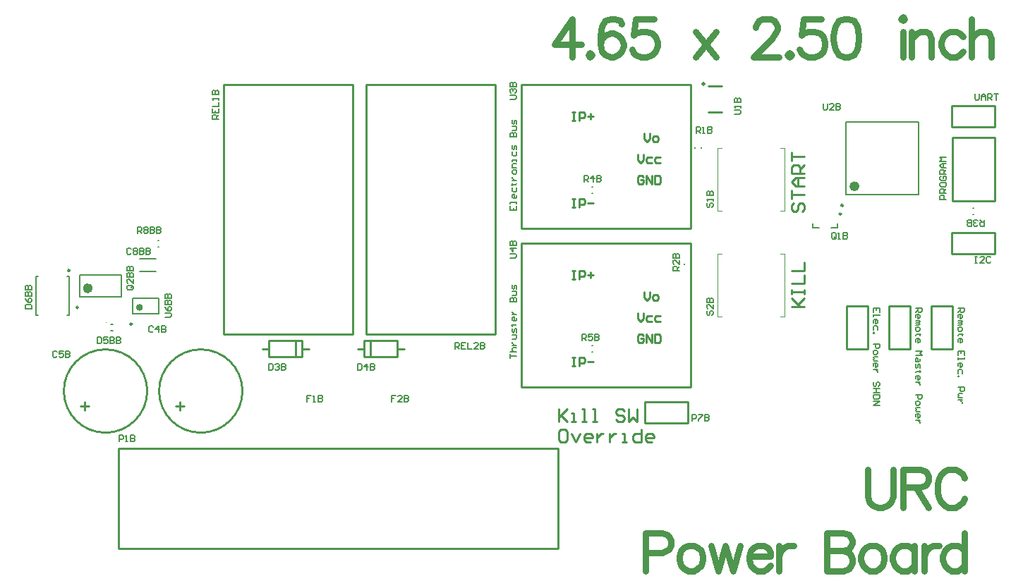
<source format=gto>
G04 Layer_Color=65535*
%FSLAX24Y24*%
%MOIN*%
G70*
G01*
G75*
%ADD22C,0.0100*%
%ADD38C,0.0039*%
%ADD39C,0.0098*%
%ADD40C,0.0236*%
%ADD41C,0.0197*%
%ADD42C,0.0157*%
%ADD43C,0.0079*%
%ADD44C,0.0080*%
%ADD45C,0.0070*%
%ADD46C,0.0300*%
D22*
X10468Y10000D02*
G03*
X10468Y10000I-1969J0D01*
G01*
X5968D02*
G03*
X5968Y10000I-1969J0D01*
G01*
X16311Y24488D02*
X22413D01*
Y12677D02*
Y24488D01*
X16311Y12677D02*
X22413D01*
X16311D02*
Y24488D01*
X9587Y12681D02*
Y24492D01*
Y12681D02*
X15689D01*
Y24492D01*
X9587D02*
X15689D01*
X13287Y12000D02*
X13602D01*
X11398D02*
X11713D01*
Y11606D02*
X13287D01*
Y12394D01*
X11713D02*
X13287D01*
X11713Y11606D02*
Y12394D01*
X12972Y11606D02*
Y12394D01*
X15898Y12000D02*
X16213D01*
X17787D02*
X18102D01*
X16213Y12394D02*
X17787D01*
X16213Y11606D02*
Y12394D01*
Y11606D02*
X17787D01*
Y12394D01*
X16528Y11606D02*
Y12394D01*
X29476Y8500D02*
X31500D01*
X29476D02*
Y9500D01*
X31500D01*
Y8500D02*
Y9500D01*
X32485Y23190D02*
X33115D01*
X32485Y24410D02*
X33115D01*
X46000Y19000D02*
Y22000D01*
X44000Y19000D02*
X46000D01*
X44000D02*
Y22000D01*
X46000D01*
X4622Y2563D02*
X25390D01*
Y7287D01*
X4622D02*
X25390D01*
X4622Y2563D02*
Y7287D01*
X43976Y16500D02*
X46000D01*
X43976D02*
Y17500D01*
X46000D01*
Y16500D02*
Y17500D01*
X43976Y22500D02*
X46000D01*
X43976D02*
Y23500D01*
X46000D01*
Y22500D02*
Y23500D01*
X23643Y24500D02*
X31643D01*
Y17700D02*
Y24500D01*
X23643Y17700D02*
X31643D01*
X23643D02*
Y24500D01*
Y17000D02*
X31643D01*
Y10200D02*
Y17000D01*
X23643Y10200D02*
X31643D01*
X23643D02*
Y17000D01*
X43000Y12000D02*
Y14024D01*
X44000D01*
Y12000D02*
Y14024D01*
X43000Y12000D02*
X44000D01*
X41000D02*
Y14024D01*
X42000D01*
Y12000D02*
Y14024D01*
X41000Y12000D02*
X42000D01*
X39000D02*
Y14024D01*
X40000D01*
Y12000D02*
Y14024D01*
X39000Y12000D02*
X40000D01*
X25400Y9160D02*
Y8560D01*
Y8760D01*
X25800Y9160D01*
X25500Y8860D01*
X25800Y8560D01*
X26000D02*
X26200D01*
X26100D01*
Y8960D01*
X26000D01*
X26500Y8560D02*
X26700D01*
X26600D01*
Y9160D01*
X26500D01*
X26999Y8560D02*
X27199D01*
X27099D01*
Y9160D01*
X26999D01*
X28499Y9060D02*
X28399Y9160D01*
X28199D01*
X28099Y9060D01*
Y8960D01*
X28199Y8860D01*
X28399D01*
X28499Y8760D01*
Y8660D01*
X28399Y8560D01*
X28199D01*
X28099Y8660D01*
X28699Y9160D02*
Y8560D01*
X28899Y8760D01*
X29099Y8560D01*
Y9160D01*
X25700Y8200D02*
X25500D01*
X25400Y8100D01*
Y7700D01*
X25500Y7600D01*
X25700D01*
X25800Y7700D01*
Y8100D01*
X25700Y8200D01*
X26000Y8000D02*
X26200Y7600D01*
X26400Y8000D01*
X26900Y7600D02*
X26700D01*
X26600Y7700D01*
Y7900D01*
X26700Y8000D01*
X26900D01*
X26999Y7900D01*
Y7800D01*
X26600D01*
X27199Y8000D02*
Y7600D01*
Y7800D01*
X27299Y7900D01*
X27399Y8000D01*
X27499D01*
X27799D02*
Y7600D01*
Y7800D01*
X27899Y7900D01*
X27999Y8000D01*
X28099D01*
X28399Y7600D02*
X28599D01*
X28499D01*
Y8000D01*
X28399D01*
X29299Y8200D02*
Y7600D01*
X28999D01*
X28899Y7700D01*
Y7900D01*
X28999Y8000D01*
X29299D01*
X29799Y7600D02*
X29599D01*
X29499Y7700D01*
Y7900D01*
X29599Y8000D01*
X29799D01*
X29899Y7900D01*
Y7800D01*
X29499D01*
X36400Y14000D02*
X37000D01*
X36800D01*
X36400Y14400D01*
X36700Y14100D01*
X37000Y14400D01*
X36400Y14600D02*
Y14800D01*
Y14700D01*
X37000D01*
Y14600D01*
Y14800D01*
X36400Y15100D02*
X37000D01*
Y15500D01*
X36400Y15699D02*
X37000D01*
Y16099D01*
X36500Y18900D02*
X36400Y18800D01*
Y18600D01*
X36500Y18500D01*
X36600D01*
X36700Y18600D01*
Y18800D01*
X36800Y18900D01*
X36900D01*
X37000Y18800D01*
Y18600D01*
X36900Y18500D01*
X36400Y19100D02*
Y19500D01*
Y19300D01*
X37000D01*
Y19700D02*
X36600D01*
X36400Y19900D01*
X36600Y20099D01*
X37000D01*
X36700D01*
Y19700D01*
X37000Y20299D02*
X36400D01*
Y20599D01*
X36500Y20699D01*
X36700D01*
X36800Y20599D01*
Y20299D01*
Y20499D02*
X37000Y20699D01*
X36400Y20899D02*
Y21299D01*
Y21099D01*
X37000D01*
X29143Y21200D02*
Y20933D01*
X29277Y20800D01*
X29410Y20933D01*
Y21200D01*
X29810Y21067D02*
X29610D01*
X29543Y21000D01*
Y20867D01*
X29610Y20800D01*
X29810D01*
X30210Y21067D02*
X30010D01*
X29943Y21000D01*
Y20867D01*
X30010Y20800D01*
X30210D01*
X29443Y22200D02*
Y21933D01*
X29577Y21800D01*
X29710Y21933D01*
Y22200D01*
X29910Y21800D02*
X30043D01*
X30110Y21867D01*
Y22000D01*
X30043Y22067D01*
X29910D01*
X29843Y22000D01*
Y21867D01*
X29910Y21800D01*
X29410Y20133D02*
X29343Y20200D01*
X29210D01*
X29143Y20133D01*
Y19867D01*
X29210Y19800D01*
X29343D01*
X29410Y19867D01*
Y20000D01*
X29277D01*
X29543Y19800D02*
Y20200D01*
X29810Y19800D01*
Y20200D01*
X29943D02*
Y19800D01*
X30143D01*
X30210Y19867D01*
Y20133D01*
X30143Y20200D01*
X29943D01*
X26043Y23200D02*
X26177D01*
X26110D01*
Y22800D01*
X26043D01*
X26177D01*
X26377D02*
Y23200D01*
X26576D01*
X26643Y23133D01*
Y23000D01*
X26576Y22933D01*
X26377D01*
X26776Y23000D02*
X27043D01*
X26910Y23133D02*
Y22867D01*
X26043Y19100D02*
X26177D01*
X26110D01*
Y18700D01*
X26043D01*
X26177D01*
X26377D02*
Y19100D01*
X26576D01*
X26643Y19033D01*
Y18900D01*
X26576Y18833D01*
X26377D01*
X26776Y18900D02*
X27043D01*
X29143Y13700D02*
Y13433D01*
X29277Y13300D01*
X29410Y13433D01*
Y13700D01*
X29810Y13567D02*
X29610D01*
X29543Y13500D01*
Y13367D01*
X29610Y13300D01*
X29810D01*
X30210Y13567D02*
X30010D01*
X29943Y13500D01*
Y13367D01*
X30010Y13300D01*
X30210D01*
X29443Y14700D02*
Y14433D01*
X29577Y14300D01*
X29710Y14433D01*
Y14700D01*
X29910Y14300D02*
X30043D01*
X30110Y14367D01*
Y14500D01*
X30043Y14567D01*
X29910D01*
X29843Y14500D01*
Y14367D01*
X29910Y14300D01*
X29410Y12633D02*
X29343Y12700D01*
X29210D01*
X29143Y12633D01*
Y12367D01*
X29210Y12300D01*
X29343D01*
X29410Y12367D01*
Y12500D01*
X29277D01*
X29543Y12300D02*
Y12700D01*
X29810Y12300D01*
Y12700D01*
X29943D02*
Y12300D01*
X30143D01*
X30210Y12367D01*
Y12633D01*
X30143Y12700D01*
X29943D01*
X26043Y15700D02*
X26177D01*
X26110D01*
Y15300D01*
X26043D01*
X26177D01*
X26377D02*
Y15700D01*
X26576D01*
X26643Y15633D01*
Y15500D01*
X26576Y15433D01*
X26377D01*
X26776Y15500D02*
X27043D01*
X26910Y15633D02*
Y15367D01*
X26043Y11600D02*
X26177D01*
X26110D01*
Y11200D01*
X26043D01*
X26177D01*
X26377D02*
Y11600D01*
X26576D01*
X26643Y11533D01*
Y11400D01*
X26576Y11333D01*
X26377D01*
X26776Y11400D02*
X27043D01*
X7319Y9276D02*
X7719D01*
X7519Y9476D02*
Y9076D01*
X2819Y9276D02*
X3219D01*
X3019Y9476D02*
Y9076D01*
D38*
X4044Y13249D02*
G03*
X4044Y13249I-20J0D01*
G01*
X32925Y13524D02*
X33122D01*
X32925D02*
Y16476D01*
X33122D01*
X35878D02*
X36075D01*
Y13524D02*
Y16476D01*
X35878Y13524D02*
X36075D01*
X35878Y21476D02*
X36075D01*
Y18524D02*
Y21476D01*
X35878Y18524D02*
X36075D01*
X32925D02*
X33122D01*
X32925D02*
Y21476D01*
X33122D01*
D39*
X38758Y18374D02*
G03*
X38758Y18374I-49J0D01*
G01*
X2715Y13953D02*
G03*
X2715Y13953I-49J0D01*
G01*
X38850Y18776D02*
G03*
X38850Y18776I-49J0D01*
G01*
X5260Y13166D02*
G03*
X5260Y13166I-49J0D01*
G01*
X2306Y15697D02*
G03*
X2306Y15697I-49J0D01*
G01*
D40*
X3278Y14858D02*
G03*
X3278Y14858I-118J0D01*
G01*
X39499Y19681D02*
G03*
X39499Y19681I-118J0D01*
G01*
D41*
X32249Y24509D02*
G03*
X32249Y24509I-0J0D01*
G01*
D42*
X5683Y13954D02*
G03*
X5683Y13954I-79J0D01*
G01*
D43*
X4240Y12855D02*
X4360D01*
X4240Y13170D02*
X4360D01*
X2766Y14465D02*
X4734D01*
X2766Y15488D02*
X4734D01*
X2766Y14465D02*
Y15488D01*
X4734Y14465D02*
Y15488D01*
X31352Y15980D02*
Y16020D01*
X31648Y15980D02*
Y16020D01*
X44980Y18352D02*
X45020D01*
X44980Y18648D02*
X45020D01*
X38987Y19287D02*
X42413D01*
X38987Y22713D02*
X42413D01*
X38987Y19287D02*
Y22713D01*
X42413Y19287D02*
Y22713D01*
X5290Y13639D02*
X6510D01*
X5290Y14387D02*
X6510D01*
X5290Y13639D02*
Y14387D01*
X6510Y13639D02*
Y14387D01*
X713Y13594D02*
X803D01*
X713Y15406D02*
X803D01*
X2197Y13594D02*
X2287D01*
X2197Y15406D02*
X2287D01*
X713Y13594D02*
Y15406D01*
X2287Y13594D02*
Y15406D01*
X31852Y21480D02*
Y21520D01*
X32148Y21480D02*
Y21520D01*
X6480Y16817D02*
X6520D01*
X6480Y17112D02*
X6520D01*
X26980Y12148D02*
X27020D01*
X26980Y11852D02*
X27020D01*
X26980Y19648D02*
X27020D01*
X26980Y19352D02*
X27020D01*
X5606Y15659D02*
X6394D01*
X5606Y16270D02*
X6394D01*
D44*
X37409Y17724D02*
X37724D01*
X37409D02*
Y17921D01*
X38276Y17724D02*
X38591D01*
Y17921D01*
D45*
X23130Y18770D02*
Y18570D01*
X23430D01*
Y18770D01*
X23280Y18570D02*
Y18670D01*
X23430Y18870D02*
Y18970D01*
Y18920D01*
X23130D01*
Y18870D01*
X23430Y19270D02*
Y19170D01*
X23380Y19120D01*
X23280D01*
X23230Y19170D01*
Y19270D01*
X23280Y19320D01*
X23330D01*
Y19120D01*
X23230Y19620D02*
Y19470D01*
X23280Y19420D01*
X23380D01*
X23430Y19470D01*
Y19620D01*
X23180Y19770D02*
X23230D01*
Y19720D01*
Y19820D01*
Y19770D01*
X23380D01*
X23430Y19820D01*
X23230Y19970D02*
X23430D01*
X23330D01*
X23280Y20020D01*
X23230Y20070D01*
Y20120D01*
X23430Y20319D02*
Y20419D01*
X23380Y20469D01*
X23280D01*
X23230Y20419D01*
Y20319D01*
X23280Y20269D01*
X23380D01*
X23430Y20319D01*
Y20569D02*
X23230D01*
Y20719D01*
X23280Y20769D01*
X23430D01*
Y20869D02*
Y20969D01*
Y20919D01*
X23230D01*
Y20869D01*
Y21319D02*
Y21169D01*
X23280Y21119D01*
X23380D01*
X23430Y21169D01*
Y21319D01*
Y21419D02*
Y21569D01*
X23380Y21619D01*
X23330Y21569D01*
Y21469D01*
X23280Y21419D01*
X23230Y21469D01*
Y21619D01*
X23130Y22019D02*
X23430D01*
Y22169D01*
X23380Y22219D01*
X23330D01*
X23280Y22169D01*
Y22019D01*
Y22169D01*
X23230Y22219D01*
X23180D01*
X23130Y22169D01*
Y22019D01*
X23230Y22319D02*
X23380D01*
X23430Y22369D01*
Y22519D01*
X23230D01*
X23430Y22619D02*
Y22769D01*
X23380Y22819D01*
X23330Y22769D01*
Y22669D01*
X23280Y22619D01*
X23230Y22669D01*
Y22819D01*
X23130Y11570D02*
Y11770D01*
Y11670D01*
X23430D01*
X23130Y11870D02*
X23430D01*
X23280D01*
X23230Y11920D01*
Y12020D01*
X23280Y12070D01*
X23430D01*
X23230Y12170D02*
X23430D01*
X23330D01*
X23280Y12220D01*
X23230Y12270D01*
Y12320D01*
Y12470D02*
X23380D01*
X23430Y12520D01*
Y12670D01*
X23230D01*
X23430Y12770D02*
Y12920D01*
X23380Y12970D01*
X23330Y12920D01*
Y12820D01*
X23280Y12770D01*
X23230Y12820D01*
Y12970D01*
X23180Y13119D02*
X23230D01*
Y13070D01*
Y13169D01*
Y13119D01*
X23380D01*
X23430Y13169D01*
Y13469D02*
Y13369D01*
X23380Y13319D01*
X23280D01*
X23230Y13369D01*
Y13469D01*
X23280Y13519D01*
X23330D01*
Y13319D01*
X23230Y13619D02*
X23430D01*
X23330D01*
X23280Y13669D01*
X23230Y13719D01*
Y13769D01*
X23130Y14219D02*
X23430D01*
Y14369D01*
X23380Y14419D01*
X23330D01*
X23280Y14369D01*
Y14219D01*
Y14369D01*
X23230Y14419D01*
X23180D01*
X23130Y14369D01*
Y14219D01*
X23230Y14519D02*
X23380D01*
X23430Y14569D01*
Y14719D01*
X23230D01*
X23430Y14819D02*
Y14969D01*
X23380Y15019D01*
X23330Y14969D01*
Y14869D01*
X23280Y14819D01*
X23230Y14869D01*
Y15019D01*
X40570Y13730D02*
Y13930D01*
X40270D01*
Y13730D01*
X40420Y13930D02*
Y13830D01*
X40270Y13630D02*
Y13530D01*
Y13580D01*
X40570D01*
Y13630D01*
X40270Y13230D02*
Y13330D01*
X40320Y13380D01*
X40420D01*
X40470Y13330D01*
Y13230D01*
X40420Y13180D01*
X40370D01*
Y13380D01*
X40470Y12880D02*
Y13030D01*
X40420Y13080D01*
X40320D01*
X40270Y13030D01*
Y12880D01*
Y12780D02*
X40320D01*
Y12730D01*
X40270D01*
Y12780D01*
Y12231D02*
X40570D01*
Y12081D01*
X40520Y12031D01*
X40420D01*
X40370Y12081D01*
Y12231D01*
X40270Y11881D02*
Y11781D01*
X40320Y11731D01*
X40420D01*
X40470Y11781D01*
Y11881D01*
X40420Y11931D01*
X40320D01*
X40270Y11881D01*
X40470Y11631D02*
X40320D01*
X40270Y11581D01*
X40320Y11531D01*
X40270Y11481D01*
X40320Y11431D01*
X40470D01*
X40270Y11181D02*
Y11281D01*
X40320Y11331D01*
X40420D01*
X40470Y11281D01*
Y11181D01*
X40420Y11131D01*
X40370D01*
Y11331D01*
X40470Y11031D02*
X40270D01*
X40370D01*
X40420Y10981D01*
X40470Y10931D01*
Y10881D01*
X40520Y10231D02*
X40570Y10281D01*
Y10381D01*
X40520Y10431D01*
X40470D01*
X40420Y10381D01*
Y10281D01*
X40370Y10231D01*
X40320D01*
X40270Y10281D01*
Y10381D01*
X40320Y10431D01*
X40570Y10131D02*
X40270D01*
X40420D01*
Y9931D01*
X40570D01*
X40270D01*
X40570Y9831D02*
X40270D01*
Y9681D01*
X40320Y9631D01*
X40520D01*
X40570Y9681D01*
Y9831D01*
X40270Y9531D02*
X40570D01*
X40270Y9331D01*
X40570D01*
X44270Y13930D02*
X44570D01*
Y13780D01*
X44520Y13730D01*
X44420D01*
X44370Y13780D01*
Y13930D01*
Y13830D02*
X44270Y13730D01*
Y13480D02*
Y13580D01*
X44320Y13630D01*
X44420D01*
X44470Y13580D01*
Y13480D01*
X44420Y13430D01*
X44370D01*
Y13630D01*
X44270Y13330D02*
X44470D01*
Y13280D01*
X44420Y13230D01*
X44270D01*
X44420D01*
X44470Y13180D01*
X44420Y13130D01*
X44270D01*
Y12980D02*
Y12880D01*
X44320Y12830D01*
X44420D01*
X44470Y12880D01*
Y12980D01*
X44420Y13030D01*
X44320D01*
X44270Y12980D01*
X44520Y12680D02*
X44470D01*
Y12730D01*
Y12630D01*
Y12680D01*
X44320D01*
X44270Y12630D01*
Y12331D02*
Y12430D01*
X44320Y12480D01*
X44420D01*
X44470Y12430D01*
Y12331D01*
X44420Y12281D01*
X44370D01*
Y12480D01*
X44570Y11681D02*
Y11881D01*
X44270D01*
Y11681D01*
X44420Y11881D02*
Y11781D01*
X44270Y11581D02*
Y11481D01*
Y11531D01*
X44570D01*
Y11581D01*
X44270Y11181D02*
Y11281D01*
X44320Y11331D01*
X44420D01*
X44470Y11281D01*
Y11181D01*
X44420Y11131D01*
X44370D01*
Y11331D01*
X44470Y10831D02*
Y10981D01*
X44420Y11031D01*
X44320D01*
X44270Y10981D01*
Y10831D01*
Y10731D02*
X44320D01*
Y10681D01*
X44270D01*
Y10731D01*
Y10181D02*
X44570D01*
Y10031D01*
X44520Y9981D01*
X44420D01*
X44370Y10031D01*
Y10181D01*
X44470Y9881D02*
X44320D01*
X44270Y9831D01*
X44320Y9781D01*
X44270Y9731D01*
X44320Y9681D01*
X44470D01*
Y9581D02*
X44270D01*
X44370D01*
X44420Y9531D01*
X44470Y9481D01*
Y9431D01*
X42270Y13930D02*
X42570D01*
Y13780D01*
X42520Y13730D01*
X42420D01*
X42370Y13780D01*
Y13930D01*
Y13830D02*
X42270Y13730D01*
Y13480D02*
Y13580D01*
X42320Y13630D01*
X42420D01*
X42470Y13580D01*
Y13480D01*
X42420Y13430D01*
X42370D01*
Y13630D01*
X42270Y13330D02*
X42470D01*
Y13280D01*
X42420Y13230D01*
X42270D01*
X42420D01*
X42470Y13180D01*
X42420Y13130D01*
X42270D01*
Y12980D02*
Y12880D01*
X42320Y12830D01*
X42420D01*
X42470Y12880D01*
Y12980D01*
X42420Y13030D01*
X42320D01*
X42270Y12980D01*
X42520Y12680D02*
X42470D01*
Y12730D01*
Y12630D01*
Y12680D01*
X42320D01*
X42270Y12630D01*
Y12331D02*
Y12430D01*
X42320Y12480D01*
X42420D01*
X42470Y12430D01*
Y12331D01*
X42420Y12281D01*
X42370D01*
Y12480D01*
X42270Y11881D02*
X42570D01*
X42470Y11781D01*
X42570Y11681D01*
X42270D01*
X42470Y11531D02*
Y11431D01*
X42420Y11381D01*
X42270D01*
Y11531D01*
X42320Y11581D01*
X42370Y11531D01*
Y11381D01*
X42270Y11281D02*
Y11131D01*
X42320Y11081D01*
X42370Y11131D01*
Y11231D01*
X42420Y11281D01*
X42470Y11231D01*
Y11081D01*
X42520Y10931D02*
X42470D01*
Y10981D01*
Y10881D01*
Y10931D01*
X42320D01*
X42270Y10881D01*
Y10581D02*
Y10681D01*
X42320Y10731D01*
X42420D01*
X42470Y10681D01*
Y10581D01*
X42420Y10531D01*
X42370D01*
Y10731D01*
X42470Y10431D02*
X42270D01*
X42370D01*
X42420Y10381D01*
X42470Y10331D01*
Y10281D01*
X42270Y9831D02*
X42570D01*
Y9681D01*
X42520Y9631D01*
X42420D01*
X42370Y9681D01*
Y9831D01*
X42270Y9481D02*
Y9381D01*
X42320Y9331D01*
X42420D01*
X42470Y9381D01*
Y9481D01*
X42420Y9531D01*
X42320D01*
X42270Y9481D01*
X42470Y9232D02*
X42320D01*
X42270Y9182D01*
X42320Y9132D01*
X42270Y9082D01*
X42320Y9032D01*
X42470D01*
X42270Y8782D02*
Y8882D01*
X42320Y8932D01*
X42420D01*
X42470Y8882D01*
Y8782D01*
X42420Y8732D01*
X42370D01*
Y8932D01*
X42470Y8632D02*
X42270D01*
X42370D01*
X42420Y8582D01*
X42470Y8532D01*
Y8482D01*
X45070Y16370D02*
X45170D01*
X45120D01*
Y16070D01*
X45070D01*
X45170D01*
X45520D02*
X45320D01*
X45520Y16270D01*
Y16320D01*
X45470Y16370D01*
X45370D01*
X45320Y16320D01*
X45820D02*
X45770Y16370D01*
X45670D01*
X45620Y16320D01*
Y16120D01*
X45670Y16070D01*
X45770D01*
X45820Y16120D01*
X45070Y24070D02*
Y23820D01*
X45120Y23770D01*
X45220D01*
X45270Y23820D01*
Y24070D01*
X45370Y23770D02*
Y23970D01*
X45470Y24070D01*
X45570Y23970D01*
Y23770D01*
Y23920D01*
X45370D01*
X45670Y23770D02*
Y24070D01*
X45820D01*
X45870Y24020D01*
Y23920D01*
X45820Y23870D01*
X45670D01*
X45770D02*
X45870Y23770D01*
X45970Y24070D02*
X46170D01*
X46070D01*
Y23770D01*
X43730Y19070D02*
X43430D01*
Y19220D01*
X43480Y19270D01*
X43580D01*
X43630Y19220D01*
Y19070D01*
X43730Y19370D02*
X43430D01*
Y19520D01*
X43480Y19570D01*
X43580D01*
X43630Y19520D01*
Y19370D01*
Y19470D02*
X43730Y19570D01*
X43430Y19820D02*
Y19720D01*
X43480Y19670D01*
X43680D01*
X43730Y19720D01*
Y19820D01*
X43680Y19870D01*
X43480D01*
X43430Y19820D01*
X43480Y20170D02*
X43430Y20120D01*
Y20020D01*
X43480Y19970D01*
X43680D01*
X43730Y20020D01*
Y20120D01*
X43680Y20170D01*
X43580D01*
Y20070D01*
X43730Y20270D02*
X43430D01*
Y20420D01*
X43480Y20470D01*
X43580D01*
X43630Y20420D01*
Y20270D01*
Y20370D02*
X43730Y20470D01*
Y20570D02*
X43530D01*
X43430Y20669D01*
X43530Y20769D01*
X43730D01*
X43580D01*
Y20570D01*
X43730Y20869D02*
X43430D01*
X43530Y20969D01*
X43430Y21069D01*
X43730D01*
X5200Y16714D02*
X5150Y16764D01*
X5050D01*
X5000Y16714D01*
Y16515D01*
X5050Y16465D01*
X5150D01*
X5200Y16515D01*
X5300Y16714D02*
X5350Y16764D01*
X5450D01*
X5500Y16714D01*
Y16665D01*
X5450Y16615D01*
X5500Y16565D01*
Y16515D01*
X5450Y16465D01*
X5350D01*
X5300Y16515D01*
Y16565D01*
X5350Y16615D01*
X5300Y16665D01*
Y16714D01*
X5350Y16615D02*
X5450D01*
X5600Y16764D02*
Y16465D01*
X5750D01*
X5800Y16515D01*
Y16565D01*
X5750Y16615D01*
X5600D01*
X5750D01*
X5800Y16665D01*
Y16714D01*
X5750Y16764D01*
X5600D01*
X5900D02*
Y16465D01*
X6050D01*
X6100Y16515D01*
Y16565D01*
X6050Y16615D01*
X5900D01*
X6050D01*
X6100Y16665D01*
Y16714D01*
X6050Y16764D01*
X5900D01*
X6260Y13030D02*
X6210Y13080D01*
X6110D01*
X6060Y13030D01*
Y12830D01*
X6110Y12780D01*
X6210D01*
X6260Y12830D01*
X6510Y12780D02*
Y13080D01*
X6360Y12930D01*
X6560D01*
X6660Y13080D02*
Y12780D01*
X6810D01*
X6860Y12830D01*
Y12880D01*
X6810Y12930D01*
X6660D01*
X6810D01*
X6860Y12980D01*
Y13030D01*
X6810Y13080D01*
X6660D01*
X20500Y12000D02*
Y12300D01*
X20650D01*
X20700Y12250D01*
Y12150D01*
X20650Y12100D01*
X20500D01*
X20600D02*
X20700Y12000D01*
X21000Y12300D02*
X20800D01*
Y12000D01*
X21000D01*
X20800Y12150D02*
X20900D01*
X21100Y12300D02*
Y12000D01*
X21300D01*
X21600D02*
X21400D01*
X21600Y12200D01*
Y12250D01*
X21550Y12300D01*
X21450D01*
X21400Y12250D01*
X21700Y12300D02*
Y12000D01*
X21850D01*
X21900Y12050D01*
Y12100D01*
X21850Y12150D01*
X21700D01*
X21850D01*
X21900Y12200D01*
Y12250D01*
X21850Y12300D01*
X21700D01*
X9343Y22866D02*
X9043D01*
Y23016D01*
X9093Y23066D01*
X9193D01*
X9243Y23016D01*
Y22866D01*
Y22966D02*
X9343Y23066D01*
X9043Y23366D02*
Y23166D01*
X9343D01*
Y23366D01*
X9193Y23166D02*
Y23266D01*
X9043Y23466D02*
X9343D01*
Y23666D01*
Y23766D02*
Y23866D01*
Y23816D01*
X9043D01*
X9093Y23766D01*
X9043Y24016D02*
X9343D01*
Y24166D01*
X9293Y24216D01*
X9243D01*
X9193Y24166D01*
Y24016D01*
Y24166D01*
X9143Y24216D01*
X9093D01*
X9043Y24166D01*
Y24016D01*
X1700Y11850D02*
X1650Y11900D01*
X1550D01*
X1500Y11850D01*
Y11650D01*
X1550Y11600D01*
X1650D01*
X1700Y11650D01*
X2000Y11900D02*
X1800D01*
Y11750D01*
X1900Y11800D01*
X1950D01*
X2000Y11750D01*
Y11650D01*
X1950Y11600D01*
X1850D01*
X1800Y11650D01*
X2100Y11900D02*
Y11600D01*
X2250D01*
X2300Y11650D01*
Y11700D01*
X2250Y11750D01*
X2100D01*
X2250D01*
X2300Y11800D01*
Y11850D01*
X2250Y11900D01*
X2100D01*
X11700Y11300D02*
Y11000D01*
X11850D01*
X11900Y11050D01*
Y11250D01*
X11850Y11300D01*
X11700D01*
X12000Y11250D02*
X12050Y11300D01*
X12150D01*
X12200Y11250D01*
Y11200D01*
X12150Y11150D01*
X12100D01*
X12150D01*
X12200Y11100D01*
Y11050D01*
X12150Y11000D01*
X12050D01*
X12000Y11050D01*
X12300Y11300D02*
Y11000D01*
X12450D01*
X12500Y11050D01*
Y11100D01*
X12450Y11150D01*
X12300D01*
X12450D01*
X12500Y11200D01*
Y11250D01*
X12450Y11300D01*
X12300D01*
X15900D02*
Y11000D01*
X16050D01*
X16100Y11050D01*
Y11250D01*
X16050Y11300D01*
X15900D01*
X16350Y11000D02*
Y11300D01*
X16200Y11150D01*
X16400D01*
X16500Y11300D02*
Y11000D01*
X16650D01*
X16700Y11050D01*
Y11100D01*
X16650Y11150D01*
X16500D01*
X16650D01*
X16700Y11200D01*
Y11250D01*
X16650Y11300D01*
X16500D01*
X3600Y12553D02*
Y12253D01*
X3750D01*
X3800Y12303D01*
Y12503D01*
X3750Y12553D01*
X3600D01*
X4100D02*
X3900D01*
Y12403D01*
X4000Y12453D01*
X4050D01*
X4100Y12403D01*
Y12303D01*
X4050Y12253D01*
X3950D01*
X3900Y12303D01*
X4200Y12553D02*
Y12253D01*
X4350D01*
X4400Y12303D01*
Y12353D01*
X4350Y12403D01*
X4200D01*
X4350D01*
X4400Y12453D01*
Y12503D01*
X4350Y12553D01*
X4200D01*
X4500D02*
Y12253D01*
X4650D01*
X4700Y12303D01*
Y12353D01*
X4650Y12403D01*
X4500D01*
X4650D01*
X4700Y12453D01*
Y12503D01*
X4650Y12553D01*
X4500D01*
X200Y13900D02*
X500D01*
Y14050D01*
X450Y14100D01*
X250D01*
X200Y14050D01*
Y13900D01*
Y14400D02*
X250Y14300D01*
X350Y14200D01*
X450D01*
X500Y14250D01*
Y14350D01*
X450Y14400D01*
X400D01*
X350Y14350D01*
Y14200D01*
X200Y14500D02*
X500D01*
Y14650D01*
X450Y14700D01*
X400D01*
X350Y14650D01*
Y14500D01*
Y14650D01*
X300Y14700D01*
X250D01*
X200Y14650D01*
Y14500D01*
Y14800D02*
X500D01*
Y14950D01*
X450Y15000D01*
X400D01*
X350Y14950D01*
Y14800D01*
Y14950D01*
X300Y15000D01*
X250D01*
X200Y14950D01*
Y14800D01*
X31700Y8600D02*
Y8900D01*
X31850D01*
X31900Y8850D01*
Y8750D01*
X31850Y8700D01*
X31700D01*
X32000Y8900D02*
X32200D01*
Y8850D01*
X32000Y8650D01*
Y8600D01*
X32300Y8900D02*
Y8600D01*
X32450D01*
X32500Y8650D01*
Y8700D01*
X32450Y8750D01*
X32300D01*
X32450D01*
X32500Y8800D01*
Y8850D01*
X32450Y8900D01*
X32300D01*
X38500Y17250D02*
Y17450D01*
X38450Y17500D01*
X38350D01*
X38300Y17450D01*
Y17250D01*
X38350Y17200D01*
X38450D01*
X38400Y17300D02*
X38500Y17200D01*
X38450D02*
X38500Y17250D01*
X38600Y17200D02*
X38700D01*
X38650D01*
Y17500D01*
X38600Y17450D01*
X38850Y17500D02*
Y17200D01*
X39000D01*
X39050Y17250D01*
Y17300D01*
X39000Y17350D01*
X38850D01*
X39000D01*
X39050Y17400D01*
Y17450D01*
X39000Y17500D01*
X38850D01*
X5250Y15000D02*
X5050D01*
X5000Y14950D01*
Y14850D01*
X5050Y14800D01*
X5250D01*
X5300Y14850D01*
Y14950D01*
X5200Y14900D02*
X5300Y15000D01*
Y14950D02*
X5250Y15000D01*
X5300Y15300D02*
Y15100D01*
X5100Y15300D01*
X5050D01*
X5000Y15250D01*
Y15150D01*
X5050Y15100D01*
X5000Y15400D02*
X5300D01*
Y15550D01*
X5250Y15600D01*
X5200D01*
X5150Y15550D01*
Y15400D01*
Y15550D01*
X5100Y15600D01*
X5050D01*
X5000Y15550D01*
Y15400D01*
Y15700D02*
X5300D01*
Y15850D01*
X5250Y15900D01*
X5200D01*
X5150Y15850D01*
Y15700D01*
Y15850D01*
X5100Y15900D01*
X5050D01*
X5000Y15850D01*
Y15700D01*
X31100Y15700D02*
X30800D01*
Y15850D01*
X30850Y15900D01*
X30950D01*
X31000Y15850D01*
Y15700D01*
Y15800D02*
X31100Y15900D01*
Y16200D02*
Y16000D01*
X30900Y16200D01*
X30850D01*
X30800Y16150D01*
Y16050D01*
X30850Y16000D01*
X30800Y16300D02*
X31100D01*
Y16450D01*
X31050Y16500D01*
X31000D01*
X30950Y16450D01*
Y16300D01*
Y16450D01*
X30900Y16500D01*
X30850D01*
X30800Y16450D01*
Y16300D01*
X45500Y18100D02*
Y17800D01*
X45350D01*
X45300Y17850D01*
Y17950D01*
X45350Y18000D01*
X45500D01*
X45400D02*
X45300Y18100D01*
X45200Y17850D02*
X45150Y17800D01*
X45050D01*
X45000Y17850D01*
Y17900D01*
X45050Y17950D01*
X45100D01*
X45050D01*
X45000Y18000D01*
Y18050D01*
X45050Y18100D01*
X45150D01*
X45200Y18050D01*
X44900Y17800D02*
Y18100D01*
X44750D01*
X44700Y18050D01*
Y18000D01*
X44750Y17950D01*
X44900D01*
X44750D01*
X44700Y17900D01*
Y17850D01*
X44750Y17800D01*
X44900D01*
X26600Y19900D02*
Y20200D01*
X26750D01*
X26800Y20150D01*
Y20050D01*
X26750Y20000D01*
X26600D01*
X26700D02*
X26800Y19900D01*
X27050D02*
Y20200D01*
X26900Y20050D01*
X27100D01*
X27200Y20200D02*
Y19900D01*
X27350D01*
X27400Y19950D01*
Y20000D01*
X27350Y20050D01*
X27200D01*
X27350D01*
X27400Y20100D01*
Y20150D01*
X27350Y20200D01*
X27200D01*
X26500Y12400D02*
Y12700D01*
X26650D01*
X26700Y12650D01*
Y12550D01*
X26650Y12500D01*
X26500D01*
X26600D02*
X26700Y12400D01*
X27000Y12700D02*
X26800D01*
Y12550D01*
X26900Y12600D01*
X26950D01*
X27000Y12550D01*
Y12450D01*
X26950Y12400D01*
X26850D01*
X26800Y12450D01*
X27100Y12700D02*
Y12400D01*
X27250D01*
X27300Y12450D01*
Y12500D01*
X27250Y12550D01*
X27100D01*
X27250D01*
X27300Y12600D01*
Y12650D01*
X27250Y12700D01*
X27100D01*
X13700Y9800D02*
X13500D01*
Y9650D01*
X13600D01*
X13500D01*
Y9500D01*
X13800D02*
X13900D01*
X13850D01*
Y9800D01*
X13800Y9750D01*
X14050Y9800D02*
Y9500D01*
X14200D01*
X14250Y9550D01*
Y9600D01*
X14200Y9650D01*
X14050D01*
X14200D01*
X14250Y9700D01*
Y9750D01*
X14200Y9800D01*
X14050D01*
X17700D02*
X17500D01*
Y9650D01*
X17600D01*
X17500D01*
Y9500D01*
X18000D02*
X17800D01*
X18000Y9700D01*
Y9750D01*
X17950Y9800D01*
X17850D01*
X17800Y9750D01*
X18100Y9800D02*
Y9500D01*
X18250D01*
X18300Y9550D01*
Y9600D01*
X18250Y9650D01*
X18100D01*
X18250D01*
X18300Y9700D01*
Y9750D01*
X18250Y9800D01*
X18100D01*
X31900Y22200D02*
Y22500D01*
X32050D01*
X32100Y22450D01*
Y22350D01*
X32050Y22300D01*
X31900D01*
X32000D02*
X32100Y22200D01*
X32200D02*
X32300D01*
X32250D01*
Y22500D01*
X32200Y22450D01*
X32450Y22500D02*
Y22200D01*
X32600D01*
X32650Y22250D01*
Y22300D01*
X32600Y22350D01*
X32450D01*
X32600D01*
X32650Y22400D01*
Y22450D01*
X32600Y22500D01*
X32450D01*
X32450Y13800D02*
X32400Y13750D01*
Y13650D01*
X32450Y13600D01*
X32500D01*
X32550Y13650D01*
Y13750D01*
X32600Y13800D01*
X32650D01*
X32700Y13750D01*
Y13650D01*
X32650Y13600D01*
X32700Y14100D02*
Y13900D01*
X32500Y14100D01*
X32450D01*
X32400Y14050D01*
Y13950D01*
X32450Y13900D01*
X32400Y14200D02*
X32700D01*
Y14350D01*
X32650Y14400D01*
X32600D01*
X32550Y14350D01*
Y14200D01*
Y14350D01*
X32500Y14400D01*
X32450D01*
X32400Y14350D01*
Y14200D01*
X32450Y18900D02*
X32400Y18850D01*
Y18750D01*
X32450Y18700D01*
X32500D01*
X32550Y18750D01*
Y18850D01*
X32600Y18900D01*
X32650D01*
X32700Y18850D01*
Y18750D01*
X32650Y18700D01*
X32700Y19000D02*
Y19100D01*
Y19050D01*
X32400D01*
X32450Y19000D01*
X32400Y19250D02*
X32700D01*
Y19400D01*
X32650Y19450D01*
X32600D01*
X32550Y19400D01*
Y19250D01*
Y19400D01*
X32500Y19450D01*
X32450D01*
X32400Y19400D01*
Y19250D01*
X23100Y23800D02*
X23350D01*
X23400Y23850D01*
Y23950D01*
X23350Y24000D01*
X23100D01*
X23150Y24100D02*
X23100Y24150D01*
Y24250D01*
X23150Y24300D01*
X23200D01*
X23250Y24250D01*
Y24200D01*
Y24250D01*
X23300Y24300D01*
X23350D01*
X23400Y24250D01*
Y24150D01*
X23350Y24100D01*
X23100Y24400D02*
X23400D01*
Y24550D01*
X23350Y24600D01*
X23300D01*
X23250Y24550D01*
Y24400D01*
Y24550D01*
X23200Y24600D01*
X23150D01*
X23100Y24550D01*
Y24400D01*
Y16300D02*
X23350D01*
X23400Y16350D01*
Y16450D01*
X23350Y16500D01*
X23100D01*
X23400Y16750D02*
X23100D01*
X23250Y16600D01*
Y16800D01*
X23100Y16900D02*
X23400D01*
Y17050D01*
X23350Y17100D01*
X23300D01*
X23250Y17050D01*
Y16900D01*
Y17050D01*
X23200Y17100D01*
X23150D01*
X23100Y17050D01*
Y16900D01*
X33700Y23100D02*
X33950D01*
X34000Y23150D01*
Y23250D01*
X33950Y23300D01*
X33700D01*
X34000Y23400D02*
Y23500D01*
Y23450D01*
X33700D01*
X33750Y23400D01*
X33700Y23650D02*
X34000D01*
Y23800D01*
X33950Y23850D01*
X33900D01*
X33850Y23800D01*
Y23650D01*
Y23800D01*
X33800Y23850D01*
X33750D01*
X33700Y23800D01*
Y23650D01*
X37900Y23600D02*
Y23350D01*
X37950Y23300D01*
X38050D01*
X38100Y23350D01*
Y23600D01*
X38400Y23300D02*
X38200D01*
X38400Y23500D01*
Y23550D01*
X38350Y23600D01*
X38250D01*
X38200Y23550D01*
X38500Y23600D02*
Y23300D01*
X38650D01*
X38700Y23350D01*
Y23400D01*
X38650Y23450D01*
X38500D01*
X38650D01*
X38700Y23500D01*
Y23550D01*
X38650Y23600D01*
X38500D01*
X6800Y13500D02*
X7050D01*
X7100Y13550D01*
Y13650D01*
X7050Y13700D01*
X6800D01*
Y14000D02*
X6850Y13900D01*
X6950Y13800D01*
X7050D01*
X7100Y13850D01*
Y13950D01*
X7050Y14000D01*
X7000D01*
X6950Y13950D01*
Y13800D01*
X6800Y14100D02*
X7100D01*
Y14250D01*
X7050Y14300D01*
X7000D01*
X6950Y14250D01*
Y14100D01*
Y14250D01*
X6900Y14300D01*
X6850D01*
X6800Y14250D01*
Y14100D01*
Y14400D02*
X7100D01*
Y14550D01*
X7050Y14600D01*
X7000D01*
X6950Y14550D01*
Y14400D01*
Y14550D01*
X6900Y14600D01*
X6850D01*
X6800Y14550D01*
Y14400D01*
X4640Y7610D02*
Y7910D01*
X4790D01*
X4840Y7860D01*
Y7760D01*
X4790Y7710D01*
X4640D01*
X4940Y7610D02*
X5040D01*
X4990D01*
Y7910D01*
X4940Y7860D01*
X5190Y7910D02*
Y7610D01*
X5340D01*
X5390Y7660D01*
Y7710D01*
X5340Y7760D01*
X5190D01*
X5340D01*
X5390Y7810D01*
Y7860D01*
X5340Y7910D01*
X5190D01*
X5500Y17465D02*
Y17764D01*
X5650D01*
X5700Y17714D01*
Y17615D01*
X5650Y17565D01*
X5500D01*
X5600D02*
X5700Y17465D01*
X5800Y17714D02*
X5850Y17764D01*
X5950D01*
X6000Y17714D01*
Y17665D01*
X5950Y17615D01*
X6000Y17565D01*
Y17515D01*
X5950Y17465D01*
X5850D01*
X5800Y17515D01*
Y17565D01*
X5850Y17615D01*
X5800Y17665D01*
Y17714D01*
X5850Y17615D02*
X5950D01*
X6100Y17764D02*
Y17465D01*
X6250D01*
X6300Y17515D01*
Y17565D01*
X6250Y17615D01*
X6100D01*
X6250D01*
X6300Y17665D01*
Y17714D01*
X6250Y17764D01*
X6100D01*
X6400D02*
Y17465D01*
X6550D01*
X6600Y17515D01*
Y17565D01*
X6550Y17615D01*
X6400D01*
X6550D01*
X6600Y17665D01*
Y17714D01*
X6550Y17764D01*
X6400D01*
D46*
X26057Y27600D02*
X25200Y26400D01*
X26485D01*
X26057Y27600D02*
Y25800D01*
X26888Y25971D02*
X26803Y25886D01*
X26888Y25800D01*
X26974Y25886D01*
X26888Y25971D01*
X28396Y27343D02*
X28311Y27514D01*
X28054Y27600D01*
X27882D01*
X27625Y27514D01*
X27454Y27257D01*
X27368Y26828D01*
Y26400D01*
X27454Y26057D01*
X27625Y25886D01*
X27882Y25800D01*
X27968D01*
X28225Y25886D01*
X28396Y26057D01*
X28482Y26314D01*
Y26400D01*
X28396Y26657D01*
X28225Y26828D01*
X27968Y26914D01*
X27882D01*
X27625Y26828D01*
X27454Y26657D01*
X27368Y26400D01*
X29905Y27600D02*
X29048D01*
X28962Y26828D01*
X29048Y26914D01*
X29305Y27000D01*
X29562D01*
X29819Y26914D01*
X29990Y26743D01*
X30076Y26486D01*
Y26314D01*
X29990Y26057D01*
X29819Y25886D01*
X29562Y25800D01*
X29305D01*
X29048Y25886D01*
X28962Y25971D01*
X28876Y26143D01*
X31893Y27000D02*
X32836Y25800D01*
Y27000D02*
X31893Y25800D01*
X34712Y27171D02*
Y27257D01*
X34798Y27428D01*
X34884Y27514D01*
X35055Y27600D01*
X35398D01*
X35569Y27514D01*
X35655Y27428D01*
X35741Y27257D01*
Y27085D01*
X35655Y26914D01*
X35484Y26657D01*
X34627Y25800D01*
X35826D01*
X36315Y25971D02*
X36229Y25886D01*
X36315Y25800D01*
X36400Y25886D01*
X36315Y25971D01*
X37823Y27600D02*
X36966D01*
X36880Y26828D01*
X36966Y26914D01*
X37223Y27000D01*
X37480D01*
X37737Y26914D01*
X37909Y26743D01*
X37994Y26486D01*
Y26314D01*
X37909Y26057D01*
X37737Y25886D01*
X37480Y25800D01*
X37223D01*
X36966Y25886D01*
X36880Y25971D01*
X36795Y26143D01*
X38911Y27600D02*
X38654Y27514D01*
X38483Y27257D01*
X38397Y26828D01*
Y26571D01*
X38483Y26143D01*
X38654Y25886D01*
X38911Y25800D01*
X39083D01*
X39340Y25886D01*
X39511Y26143D01*
X39597Y26571D01*
Y26828D01*
X39511Y27257D01*
X39340Y27514D01*
X39083Y27600D01*
X38911D01*
X41585D02*
X41671Y27514D01*
X41756Y27600D01*
X41671Y27685D01*
X41585Y27600D01*
X41671Y27000D02*
Y25800D01*
X42074Y27000D02*
Y25800D01*
Y26657D02*
X42331Y26914D01*
X42502Y27000D01*
X42759D01*
X42930Y26914D01*
X43016Y26657D01*
Y25800D01*
X44516Y26743D02*
X44344Y26914D01*
X44173Y27000D01*
X43916D01*
X43745Y26914D01*
X43573Y26743D01*
X43488Y26486D01*
Y26314D01*
X43573Y26057D01*
X43745Y25886D01*
X43916Y25800D01*
X44173D01*
X44344Y25886D01*
X44516Y26057D01*
X44901Y27600D02*
Y25800D01*
Y26657D02*
X45159Y26914D01*
X45330Y27000D01*
X45587D01*
X45758Y26914D01*
X45844Y26657D01*
Y25800D01*
X29500Y2357D02*
X30271D01*
X30528Y2443D01*
X30614Y2528D01*
X30700Y2700D01*
Y2957D01*
X30614Y3128D01*
X30528Y3214D01*
X30271Y3300D01*
X29500D01*
Y1500D01*
X31531Y2700D02*
X31360Y2614D01*
X31188Y2443D01*
X31103Y2186D01*
Y2014D01*
X31188Y1757D01*
X31360Y1586D01*
X31531Y1500D01*
X31788D01*
X31959Y1586D01*
X32131Y1757D01*
X32217Y2014D01*
Y2186D01*
X32131Y2443D01*
X31959Y2614D01*
X31788Y2700D01*
X31531D01*
X32611D02*
X32954Y1500D01*
X33296Y2700D02*
X32954Y1500D01*
X33296Y2700D02*
X33639Y1500D01*
X33982Y2700D02*
X33639Y1500D01*
X34402Y2186D02*
X35430D01*
Y2357D01*
X35344Y2528D01*
X35259Y2614D01*
X35087Y2700D01*
X34830D01*
X34659Y2614D01*
X34488Y2443D01*
X34402Y2186D01*
Y2014D01*
X34488Y1757D01*
X34659Y1586D01*
X34830Y1500D01*
X35087D01*
X35259Y1586D01*
X35430Y1757D01*
X35816Y2700D02*
Y1500D01*
Y2186D02*
X35901Y2443D01*
X36073Y2614D01*
X36244Y2700D01*
X36501D01*
X38078Y3300D02*
Y1500D01*
Y3300D02*
X38849D01*
X39107Y3214D01*
X39192Y3128D01*
X39278Y2957D01*
Y2785D01*
X39192Y2614D01*
X39107Y2528D01*
X38849Y2443D01*
X38078D02*
X38849D01*
X39107Y2357D01*
X39192Y2271D01*
X39278Y2100D01*
Y1843D01*
X39192Y1671D01*
X39107Y1586D01*
X38849Y1500D01*
X38078D01*
X40109Y2700D02*
X39938Y2614D01*
X39766Y2443D01*
X39681Y2186D01*
Y2014D01*
X39766Y1757D01*
X39938Y1586D01*
X40109Y1500D01*
X40366D01*
X40538Y1586D01*
X40709Y1757D01*
X40795Y2014D01*
Y2186D01*
X40709Y2443D01*
X40538Y2614D01*
X40366Y2700D01*
X40109D01*
X42217D02*
Y1500D01*
Y2443D02*
X42046Y2614D01*
X41874Y2700D01*
X41617D01*
X41446Y2614D01*
X41275Y2443D01*
X41189Y2186D01*
Y2014D01*
X41275Y1757D01*
X41446Y1586D01*
X41617Y1500D01*
X41874D01*
X42046Y1586D01*
X42217Y1757D01*
X42697Y2700D02*
Y1500D01*
Y2186D02*
X42783Y2443D01*
X42954Y2614D01*
X43126Y2700D01*
X43383D01*
X44574Y3300D02*
Y1500D01*
Y2443D02*
X44403Y2614D01*
X44231Y2700D01*
X43974D01*
X43803Y2614D01*
X43631Y2443D01*
X43546Y2186D01*
Y2014D01*
X43631Y1757D01*
X43803Y1586D01*
X43974Y1500D01*
X44231D01*
X44403Y1586D01*
X44574Y1757D01*
X40000Y6300D02*
Y5014D01*
X40086Y4757D01*
X40257Y4586D01*
X40514Y4500D01*
X40686D01*
X40943Y4586D01*
X41114Y4757D01*
X41200Y5014D01*
Y6300D01*
X41697D02*
Y4500D01*
Y6300D02*
X42468D01*
X42725Y6214D01*
X42811Y6128D01*
X42897Y5957D01*
Y5785D01*
X42811Y5614D01*
X42725Y5528D01*
X42468Y5443D01*
X41697D01*
X42297D02*
X42897Y4500D01*
X44585Y5871D02*
X44499Y6043D01*
X44328Y6214D01*
X44156Y6300D01*
X43813D01*
X43642Y6214D01*
X43471Y6043D01*
X43385Y5871D01*
X43299Y5614D01*
Y5186D01*
X43385Y4928D01*
X43471Y4757D01*
X43642Y4586D01*
X43813Y4500D01*
X44156D01*
X44328Y4586D01*
X44499Y4757D01*
X44585Y4928D01*
M02*

</source>
